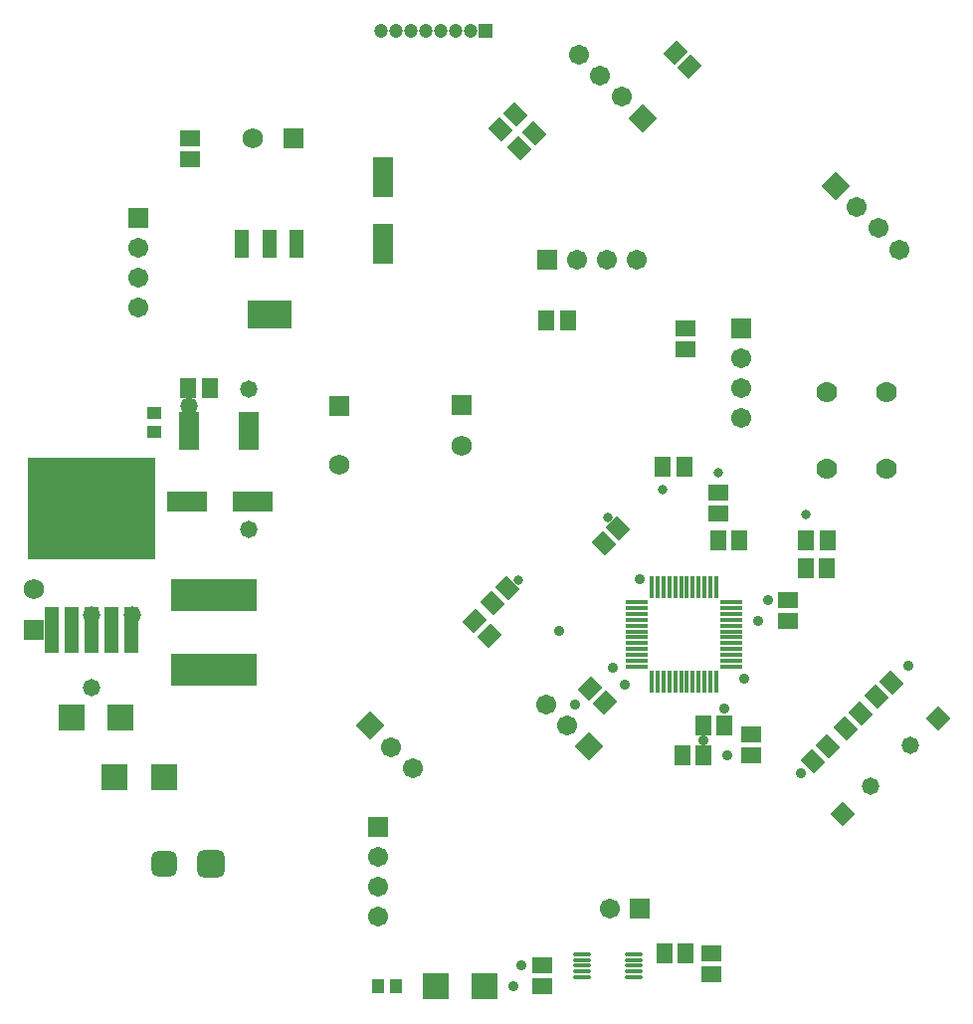
<source format=gts>
G04*
G04 #@! TF.GenerationSoftware,Altium Limited,Altium Designer,18.1.9 (240)*
G04*
G04 Layer_Color=8388736*
%FSLAX25Y25*%
%MOIN*%
G70*
G01*
G75*
%ADD36R,0.06706X0.13398*%
%ADD37R,0.08674X0.08674*%
%ADD38R,0.29147X0.10642*%
%ADD39R,0.06706X0.12611*%
%ADD40R,0.13398X0.06706*%
%ADD41R,0.04737X0.09461*%
%ADD42R,0.14580X0.09461*%
%ADD43R,0.05367X0.06587*%
%ADD44R,0.06587X0.05367*%
%ADD45O,0.07487X0.01502*%
%ADD46O,0.01502X0.07487*%
G04:AMPARAMS|DCode=47|XSize=53.67mil|YSize=65.87mil|CornerRadius=0mil|HoleSize=0mil|Usage=FLASHONLY|Rotation=225.000|XOffset=0mil|YOffset=0mil|HoleType=Round|Shape=Rectangle|*
%AMROTATEDRECTD47*
4,1,4,-0.00432,0.04227,0.04227,-0.00432,0.00432,-0.04227,-0.04227,0.00432,-0.00432,0.04227,0.0*
%
%ADD47ROTATEDRECTD47*%

%ADD48R,0.04461X0.04658*%
%ADD49O,0.05912X0.01502*%
%ADD50R,0.42729X0.33871*%
%ADD51R,0.04934X0.15761*%
%ADD52R,0.04658X0.04461*%
G04:AMPARAMS|DCode=53|XSize=53.67mil|YSize=65.87mil|CornerRadius=0mil|HoleSize=0mil|Usage=FLASHONLY|Rotation=135.000|XOffset=0mil|YOffset=0mil|HoleType=Round|Shape=Rectangle|*
%AMROTATEDRECTD53*
4,1,4,0.04227,0.00432,-0.00432,-0.04227,-0.04227,-0.00432,0.00432,0.04227,0.04227,0.00432,0.0*
%
%ADD53ROTATEDRECTD53*%

%ADD54P,0.08202X4X270.0*%
%ADD55R,0.06800X0.06800*%
%ADD56C,0.06800*%
%ADD57R,0.06706X0.06706*%
%ADD58C,0.06706*%
%ADD59C,0.07000*%
%ADD60R,0.06800X0.06800*%
G04:AMPARAMS|DCode=61|XSize=86.74mil|YSize=86.74mil|CornerRadius=23.68mil|HoleSize=0mil|Usage=FLASHONLY|Rotation=180.000|XOffset=0mil|YOffset=0mil|HoleType=Round|Shape=RoundedRectangle|*
%AMROUNDEDRECTD61*
21,1,0.08674,0.03937,0,0,180.0*
21,1,0.03937,0.08674,0,0,180.0*
1,1,0.04737,-0.01968,0.01968*
1,1,0.04737,0.01968,0.01968*
1,1,0.04737,0.01968,-0.01968*
1,1,0.04737,-0.01968,-0.01968*
%
%ADD61ROUNDEDRECTD61*%
G04:AMPARAMS|DCode=62|XSize=94.61mil|YSize=94.61mil|CornerRadius=25.65mil|HoleSize=0mil|Usage=FLASHONLY|Rotation=180.000|XOffset=0mil|YOffset=0mil|HoleType=Round|Shape=RoundedRectangle|*
%AMROUNDEDRECTD62*
21,1,0.09461,0.04331,0,0,180.0*
21,1,0.04331,0.09461,0,0,180.0*
1,1,0.05131,-0.02165,0.02165*
1,1,0.05131,0.02165,0.02165*
1,1,0.05131,0.02165,-0.02165*
1,1,0.05131,-0.02165,-0.02165*
%
%ADD62ROUNDEDRECTD62*%
%ADD63P,0.09483X4X180.0*%
%ADD64R,0.06706X0.06706*%
%ADD65C,0.04737*%
%ADD66R,0.04737X0.04737*%
%ADD67C,0.05800*%
%ADD68C,0.03600*%
%ADD69C,0.03200*%
D36*
X158500Y304000D02*
D03*
Y281976D02*
D03*
D37*
X70768Y123000D02*
D03*
X54232D02*
D03*
X176236Y33000D02*
D03*
X192772Y33000D02*
D03*
X85268Y103000D02*
D03*
X68732D02*
D03*
D38*
X102000Y164000D02*
D03*
Y139000D02*
D03*
D39*
X113500Y219000D02*
D03*
X93500D02*
D03*
D40*
X93000Y195500D02*
D03*
X115024D02*
D03*
D41*
X129555Y281811D02*
D03*
X120500D02*
D03*
X111445D02*
D03*
D42*
X120500Y258189D02*
D03*
D43*
X252496Y207000D02*
D03*
X259504D02*
D03*
X93496Y233500D02*
D03*
X100504D02*
D03*
X266000Y110500D02*
D03*
X258992D02*
D03*
X260008Y44000D02*
D03*
X253000D02*
D03*
X270996Y182500D02*
D03*
X278004D02*
D03*
X213496Y256000D02*
D03*
X220504D02*
D03*
X307500Y182500D02*
D03*
X300492D02*
D03*
X307496Y173000D02*
D03*
X300488D02*
D03*
X273000Y120500D02*
D03*
X265992D02*
D03*
D44*
X212004Y40004D02*
D03*
Y32996D02*
D03*
X268504Y44004D02*
D03*
Y36996D02*
D03*
X94000Y309996D02*
D03*
Y317004D02*
D03*
X294496Y155496D02*
D03*
Y162504D02*
D03*
X270992Y198508D02*
D03*
Y191500D02*
D03*
X260000Y246496D02*
D03*
Y253504D02*
D03*
X282157Y117504D02*
D03*
Y110496D02*
D03*
D45*
X275441Y140169D02*
D03*
Y142138D02*
D03*
X275441Y144106D02*
D03*
Y146075D02*
D03*
X275441Y148043D02*
D03*
Y150012D02*
D03*
Y151980D02*
D03*
Y153949D02*
D03*
Y155917D02*
D03*
Y157886D02*
D03*
Y159854D02*
D03*
Y161823D02*
D03*
X243551Y161823D02*
D03*
Y159854D02*
D03*
Y157886D02*
D03*
X243551Y155917D02*
D03*
Y153949D02*
D03*
Y151980D02*
D03*
Y150012D02*
D03*
Y148043D02*
D03*
X243551Y146075D02*
D03*
Y144106D02*
D03*
X243551Y142138D02*
D03*
X243551Y140169D02*
D03*
D46*
X270323Y166941D02*
D03*
X268354D02*
D03*
X266386D02*
D03*
X264417D02*
D03*
X262449D02*
D03*
X260480D02*
D03*
X258512D02*
D03*
X256543D02*
D03*
X254575D02*
D03*
X252606D02*
D03*
X250638D02*
D03*
X248669D02*
D03*
Y135051D02*
D03*
X250638Y135051D02*
D03*
X252606D02*
D03*
X254575D02*
D03*
X256543D02*
D03*
X258512D02*
D03*
X260480D02*
D03*
X262449Y135051D02*
D03*
X264417Y135051D02*
D03*
X266386D02*
D03*
X268354D02*
D03*
X270323D02*
D03*
D47*
X313545Y119407D02*
D03*
X318500Y124362D02*
D03*
X209334Y318677D02*
D03*
X204379Y313722D02*
D03*
X198015Y320086D02*
D03*
X202970Y325041D02*
D03*
X232522Y181522D02*
D03*
X237478Y186478D02*
D03*
X200343Y166329D02*
D03*
X195388Y161373D02*
D03*
X329104Y134972D02*
D03*
X324149Y130016D02*
D03*
X307537Y113405D02*
D03*
X302582Y108449D02*
D03*
D48*
X156973Y33000D02*
D03*
X163036Y33000D02*
D03*
D49*
X225342Y43937D02*
D03*
X225342Y41969D02*
D03*
Y40000D02*
D03*
Y38032D02*
D03*
X225342Y36063D02*
D03*
X242665D02*
D03*
X242665Y38032D02*
D03*
X242665Y40000D02*
D03*
Y41969D02*
D03*
Y43937D02*
D03*
D50*
X61000Y193051D02*
D03*
D51*
X74386Y152500D02*
D03*
X67693Y152500D02*
D03*
X61000D02*
D03*
X54307D02*
D03*
X47614D02*
D03*
D52*
X82000Y225031D02*
D03*
Y218969D02*
D03*
D53*
X256500Y345978D02*
D03*
X261455Y341022D02*
D03*
X232974Y128022D02*
D03*
X228018Y132978D02*
D03*
X189381Y155366D02*
D03*
X194336Y150410D02*
D03*
D54*
X312665Y90956D02*
D03*
X344680Y122970D02*
D03*
D55*
X185000Y227780D02*
D03*
X144000Y227500D02*
D03*
X41500Y152500D02*
D03*
D56*
X185000Y214000D02*
D03*
X144000Y207815D02*
D03*
X41500Y166279D02*
D03*
X115000Y317000D02*
D03*
D57*
X157004Y86500D02*
D03*
X76500Y290500D02*
D03*
X278500Y253500D02*
D03*
D58*
X157004Y76500D02*
D03*
X157004Y66500D02*
D03*
X157004Y56500D02*
D03*
X220496Y120500D02*
D03*
X213425Y127571D02*
D03*
X76500Y260500D02*
D03*
Y270500D02*
D03*
Y280500D02*
D03*
X278500Y223500D02*
D03*
Y233500D02*
D03*
Y243500D02*
D03*
X224358Y345142D02*
D03*
X231429Y338071D02*
D03*
X238500Y331000D02*
D03*
X243551Y276500D02*
D03*
X233551D02*
D03*
X223551D02*
D03*
X161450Y113293D02*
D03*
X168521Y106222D02*
D03*
X234504Y59000D02*
D03*
X331571Y279929D02*
D03*
X324500Y287000D02*
D03*
X317429Y294071D02*
D03*
D59*
X307496Y206500D02*
D03*
Y232091D02*
D03*
X327496Y206500D02*
D03*
X327496Y232091D02*
D03*
D60*
X128779Y317000D02*
D03*
D61*
X85409Y74000D02*
D03*
D62*
X101000D02*
D03*
D63*
X227567Y113429D02*
D03*
X245571Y323929D02*
D03*
X154379Y120364D02*
D03*
X310358Y301142D02*
D03*
D64*
X213551Y276500D02*
D03*
X244504Y59000D02*
D03*
D65*
X158000Y353000D02*
D03*
X163000D02*
D03*
X168000D02*
D03*
X173000D02*
D03*
X178000D02*
D03*
X183000D02*
D03*
X188000Y353000D02*
D03*
D66*
X193000Y353000D02*
D03*
D67*
X321880Y100170D02*
D03*
X335465Y113756D02*
D03*
X113500Y186000D02*
D03*
X113500Y233000D02*
D03*
X93500Y227500D02*
D03*
X61000Y133000D02*
D03*
X74500Y157500D02*
D03*
X61000D02*
D03*
D68*
X334500Y140368D02*
D03*
X298500Y104368D02*
D03*
X284496Y155496D02*
D03*
X202390Y33000D02*
D03*
X273000Y126000D02*
D03*
X239500Y134049D02*
D03*
X244500Y169545D02*
D03*
X287500Y162504D02*
D03*
X279500Y136110D02*
D03*
X235500Y139959D02*
D03*
X223000Y127571D02*
D03*
X217500Y152000D02*
D03*
X265992Y115504D02*
D03*
X273996Y110500D02*
D03*
X205004Y40000D02*
D03*
D69*
X234000Y190000D02*
D03*
X271004Y205000D02*
D03*
X252496Y199500D02*
D03*
X203879Y169151D02*
D03*
X300496Y191000D02*
D03*
M02*

</source>
